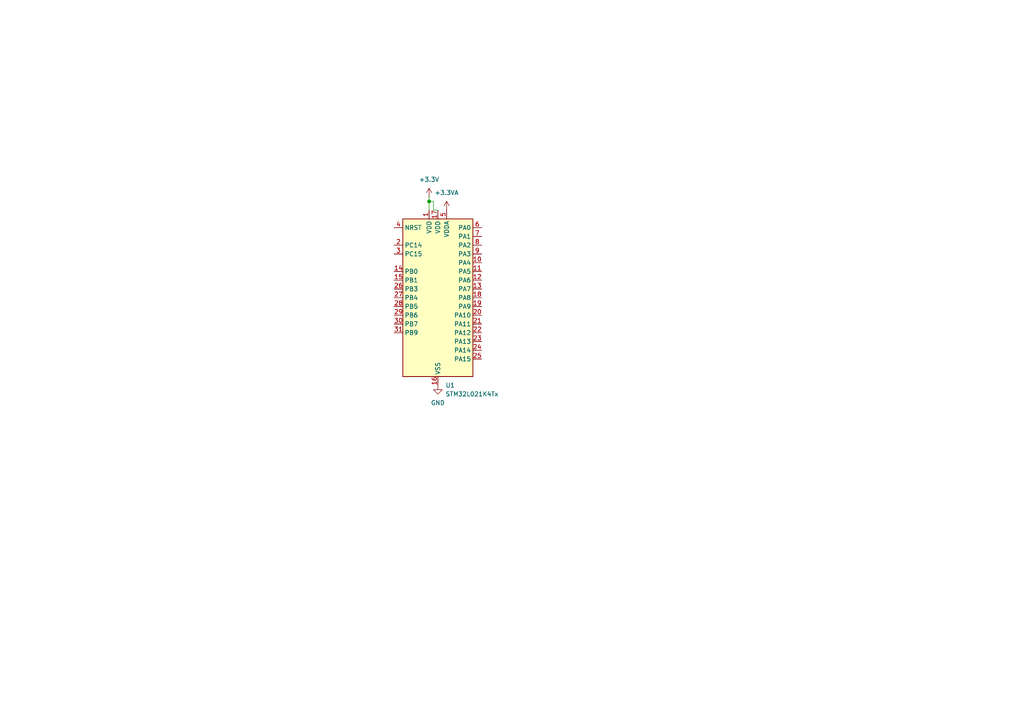
<source format=kicad_sch>
(kicad_sch (version 20230121) (generator eeschema)
  (paper "A4")
  (lib_symbols
    (symbol "MCU_ST_STM32L0:STM32L021K4Tx"
      (property "Reference" "U" (at -10.16 24.13 0))
      (property "Value" "STM32L021K4Tx" (at 5.08 24.13 0))
      (symbol "STM32L021K4Tx_0_1"
        (rectangle (start -10.16 -22.86) (end 10.16 22.86) (stroke (width 0.254)) (fill (type background)))
      )
      (symbol "STM32L021K4Tx_1_1"
        (pin power_in line (at -2.54 25.4 270) (length 2.54) (name "VDD") (number "1"))
        (pin bidirectional line (at 12.7 10.16 180) (length 2.54) (name "PA4") (number "10"))
        (pin bidirectional line (at 12.7 7.62 180) (length 2.54) (name "PA5") (number "11"))
        (pin bidirectional line (at 12.7 5.08 180) (length 2.54) (name "PA6") (number "12"))
        (pin bidirectional line (at 12.7 2.54 180) (length 2.54) (name "PA7") (number "13"))
        (pin bidirectional line (at -12.7 7.62 0) (length 2.54) (name "PB0") (number "14"))
        (pin bidirectional line (at -12.7 5.08 0) (length 2.54) (name "PB1") (number "15"))
        (pin power_in line (at 0 -25.4 90) (length 2.54) (name "VSS") (number "16"))
        (pin power_in line (at 0 25.4 270) (length 2.54) (name "VDD") (number "17"))
        (pin bidirectional line (at 12.7 0 180) (length 2.54) (name "PA8") (number "18"))
        (pin bidirectional line (at 12.7 -2.54 180) (length 2.54) (name "PA9") (number "19"))
        (pin bidirectional line (at -12.7 15.24 0) (length 2.54) (name "PC14") (number "2"))
        (pin bidirectional line (at 12.7 -5.08 180) (length 2.54) (name "PA10") (number "20"))
        (pin bidirectional line (at 12.7 -7.62 180) (length 2.54) (name "PA11") (number "21"))
        (pin bidirectional line (at 12.7 -10.16 180) (length 2.54) (name "PA12") (number "22"))
        (pin bidirectional line (at 12.7 -12.7 180) (length 2.54) (name "PA13") (number "23"))
        (pin bidirectional line (at 12.7 -15.24 180) (length 2.54) (name "PA14") (number "24"))
        (pin bidirectional line (at 12.7 -17.78 180) (length 2.54) (name "PA15") (number "25"))
        (pin bidirectional line (at -12.7 2.54 0) (length 2.54) (name "PB3") (number "26"))
        (pin bidirectional line (at -12.7 0 0) (length 2.54) (name "PB4") (number "27"))
        (pin bidirectional line (at -12.7 -2.54 0) (length 2.54) (name "PB5") (number "28"))
        (pin bidirectional line (at -12.7 -5.08 0) (length 2.54) (name "PB6") (number "29"))
        (pin bidirectional line (at -12.7 12.7 0) (length 2.54) (name "PC15") (number "3"))
        (pin bidirectional line (at -12.7 -7.62 0) (length 2.54) (name "PB7") (number "30"))
        (pin bidirectional line (at -12.7 -10.16 0) (length 2.54) (name "PB9") (number "31"))
        (pin passive line (at 0 -25.4 90) (length 2.54) hide (name "VSS") (number "32"))
        (pin input line (at -12.7 20.32 0) (length 2.54) (name "NRST") (number "4"))
        (pin power_in line (at 2.54 25.4 270) (length 2.54) (name "VDDA") (number "5"))
        (pin bidirectional line (at 12.7 20.32 180) (length 2.54) (name "PA0") (number "6"))
        (pin bidirectional line (at 12.7 17.78 180) (length 2.54) (name "PA1") (number "7"))
        (pin bidirectional line (at 12.7 15.24 180) (length 2.54) (name "PA2") (number "8"))
        (pin bidirectional line (at 12.7 12.7 180) (length 2.54) (name "PA3") (number "9"))
      )
    )
    (symbol "power:+3.3V" (power) (pin_names (offset 0))
      (property "Value" "+3.3V" (at 0 3.556 0))
      (symbol "+3.3V_0_1"
        (polyline (pts (xy -0.762 1.27) (xy 0 2.54)))
        (polyline (pts (xy 0 0) (xy 0 2.54)))
        (polyline (pts (xy 0 2.54) (xy 0.762 1.27)))
      )
      (symbol "+3.3V_1_1"
        (pin power_in line (at 0 0 90) (length 0) hide (name "+3.3V") (number "1"))
      )
    )
    (symbol "power:+3.3VA" (power) (pin_names (offset 0))
      (property "Value" "+3.3VA" (at 0 3.556 0))
      (symbol "+3.3VA_0_1"
        (polyline (pts (xy -0.762 1.27) (xy 0 2.54)))
        (polyline (pts (xy 0 0) (xy 0 2.54)))
        (polyline (pts (xy 0 2.54) (xy 0.762 1.27)))
      )
      (symbol "+3.3VA_1_1"
        (pin power_in line (at 0 0 90) (length 0) hide (name "+3.3VA") (number "1"))
      )
    )
    (symbol "power:GND" (power) (pin_names (offset 0))
      (property "Value" "GND" (at 0 -3.81 0))
      (symbol "GND_0_1"
        (polyline (pts (xy 0 0) (xy 0 -1.27) (xy 1.27 -1.27) (xy 0 -2.54) (xy -1.27 -1.27) (xy 0 -1.27)))
      )
      (symbol "GND_1_1"
        (pin power_in line (at 0 0 270) (length 0) hide (name "GND") (number "1"))
      )
    )
  )
  (junction (at 124.46 58.42))
  (wire (pts (xy 125.73 58.42) (xy 125.73 60.96)))
  (wire (pts (xy 124.46 57.15) (xy 124.46 58.42)))
  (wire (pts (xy 124.46 58.42) (xy 125.73 58.42)))
  (wire (pts (xy 125.73 60.96) (xy 127 60.96)))
  (wire (pts (xy 124.46 58.42) (xy 124.46 60.96)))
  (symbol (lib_id "power:GND") (at 127 111.76 0) (unit 1)
    (property "Reference" "#PWR01" (effects hide))
    (property "Value" "GND" (at 127 116.84 0))
  )
  (symbol (lib_id "MCU_ST_STM32L0:STM32L021K4Tx") (at 127 86.36 0) (unit 1)
    (property "Reference" "U1" (at 129.1941 111.76 0) (effects (justify left)))
    (property "Value" "STM32L021K4Tx" (at 129.1941 114.3 0) (effects (justify left)))
    (property "Footprint" "Package_QFP:LQFP-32_7x7mm_P0.8mm" (effects hide))
    (property "Datasheet" "https://www.st.com/resource/en/datasheet/stm32l021k4.pdf" (effects hide))
  )
  (symbol (lib_id "power:+3.3V") (at 124.46 57.15 0) (unit 1)
    (property "Reference" "#PWR03" (effects hide))
    (property "Value" "+3.3V" (at 124.46 52.07 0))
  )
  (symbol (lib_id "power:+3.3VA") (at 129.54 60.96 0) (unit 1)
    (property "Reference" "#PWR04" (effects hide))
    (property "Value" "+3.3VA" (at 129.54 55.88 0))
  )
)
</source>
